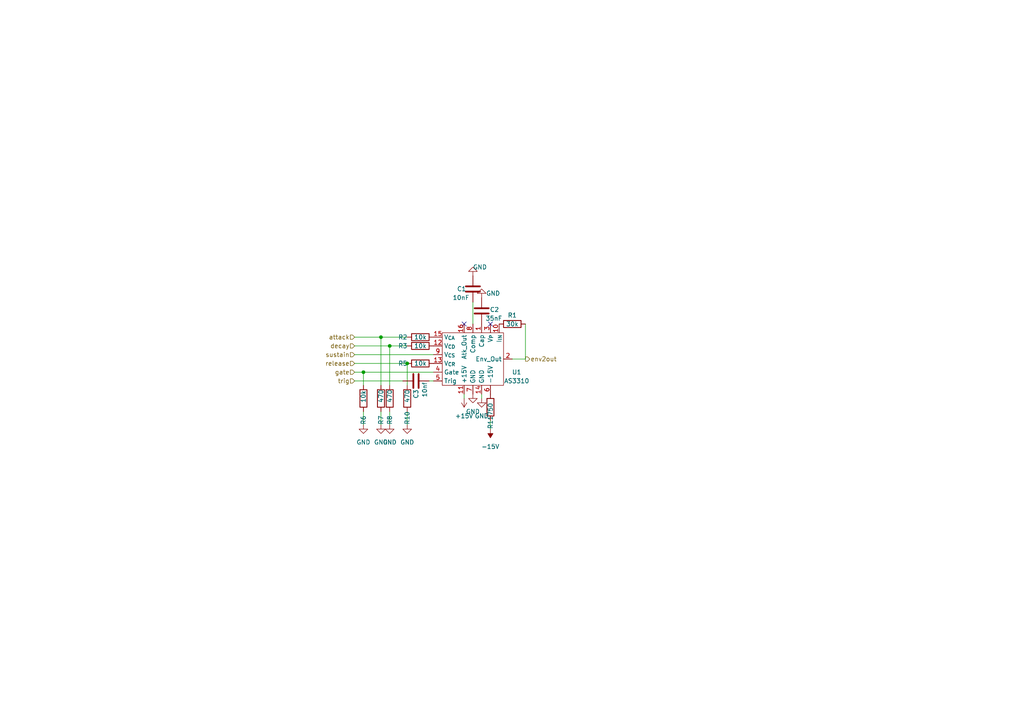
<source format=kicad_sch>
(kicad_sch (version 20211123) (generator eeschema)

  (uuid 628ecdc5-5310-4baa-9b41-acfd2b19e0fb)

  (paper "A4")

  (lib_symbols
    (symbol "Device:C" (pin_numbers hide) (pin_names (offset 0.254)) (in_bom yes) (on_board yes)
      (property "Reference" "C" (id 0) (at 0.635 2.54 0)
        (effects (font (size 1.27 1.27)) (justify left))
      )
      (property "Value" "C" (id 1) (at 0.635 -2.54 0)
        (effects (font (size 1.27 1.27)) (justify left))
      )
      (property "Footprint" "" (id 2) (at 0.9652 -3.81 0)
        (effects (font (size 1.27 1.27)) hide)
      )
      (property "Datasheet" "~" (id 3) (at 0 0 0)
        (effects (font (size 1.27 1.27)) hide)
      )
      (property "ki_keywords" "cap capacitor" (id 4) (at 0 0 0)
        (effects (font (size 1.27 1.27)) hide)
      )
      (property "ki_description" "Unpolarized capacitor" (id 5) (at 0 0 0)
        (effects (font (size 1.27 1.27)) hide)
      )
      (property "ki_fp_filters" "C_*" (id 6) (at 0 0 0)
        (effects (font (size 1.27 1.27)) hide)
      )
      (symbol "C_0_1"
        (polyline
          (pts
            (xy -2.032 -0.762)
            (xy 2.032 -0.762)
          )
          (stroke (width 0.508) (type default) (color 0 0 0 0))
          (fill (type none))
        )
        (polyline
          (pts
            (xy -2.032 0.762)
            (xy 2.032 0.762)
          )
          (stroke (width 0.508) (type default) (color 0 0 0 0))
          (fill (type none))
        )
      )
      (symbol "C_1_1"
        (pin passive line (at 0 3.81 270) (length 2.794)
          (name "~" (effects (font (size 1.27 1.27))))
          (number "1" (effects (font (size 1.27 1.27))))
        )
        (pin passive line (at 0 -3.81 90) (length 2.794)
          (name "~" (effects (font (size 1.27 1.27))))
          (number "2" (effects (font (size 1.27 1.27))))
        )
      )
    )
    (symbol "Device:R" (pin_numbers hide) (pin_names (offset 0)) (in_bom yes) (on_board yes)
      (property "Reference" "R" (id 0) (at 2.032 0 90)
        (effects (font (size 1.27 1.27)))
      )
      (property "Value" "R" (id 1) (at 0 0 90)
        (effects (font (size 1.27 1.27)))
      )
      (property "Footprint" "" (id 2) (at -1.778 0 90)
        (effects (font (size 1.27 1.27)) hide)
      )
      (property "Datasheet" "~" (id 3) (at 0 0 0)
        (effects (font (size 1.27 1.27)) hide)
      )
      (property "ki_keywords" "R res resistor" (id 4) (at 0 0 0)
        (effects (font (size 1.27 1.27)) hide)
      )
      (property "ki_description" "Resistor" (id 5) (at 0 0 0)
        (effects (font (size 1.27 1.27)) hide)
      )
      (property "ki_fp_filters" "R_*" (id 6) (at 0 0 0)
        (effects (font (size 1.27 1.27)) hide)
      )
      (symbol "R_0_1"
        (rectangle (start -1.016 -2.54) (end 1.016 2.54)
          (stroke (width 0.254) (type default) (color 0 0 0 0))
          (fill (type none))
        )
      )
      (symbol "R_1_1"
        (pin passive line (at 0 3.81 270) (length 1.27)
          (name "~" (effects (font (size 1.27 1.27))))
          (number "1" (effects (font (size 1.27 1.27))))
        )
        (pin passive line (at 0 -3.81 90) (length 1.27)
          (name "~" (effects (font (size 1.27 1.27))))
          (number "2" (effects (font (size 1.27 1.27))))
        )
      )
    )
    (symbol "Synth_Parts:AS3310" (in_bom yes) (on_board yes)
      (property "Reference" "U" (id 0) (at -3.81 1.27 0)
        (effects (font (size 1.27 1.27)))
      )
      (property "Value" "AS3310" (id 1) (at -3.81 5.08 0)
        (effects (font (size 1.27 1.27)))
      )
      (property "Footprint" "Package_DIP:DIP-18_W7.62mm_Socket" (id 2) (at 0 0 0)
        (effects (font (size 1.27 1.27)) hide)
      )
      (property "Datasheet" "" (id 3) (at 0 0 0)
        (effects (font (size 1.27 1.27)) hide)
      )
      (property "ki_description" "ADSR" (id 4) (at 0 0 0)
        (effects (font (size 1.27 1.27)) hide)
      )
      (symbol "AS3310_0_1"
        (rectangle (start -5.08 -1.27) (end 12.7 -16.51)
          (stroke (width 0) (type default) (color 0 0 0 0))
          (fill (type none))
        )
        (pin output line (at 6.35 1.27 270) (length 2.54)
          (name "Cap" (effects (font (size 1.27 1.27))))
          (number "1" (effects (font (size 1.27 1.27))))
        )
        (pin output line (at 11.43 1.27 270) (length 2.54)
          (name "I_{IN}" (effects (font (size 1.27 1.27))))
          (number "10" (effects (font (size 1.27 1.27))))
        )
        (pin output line (at 1.27 -19.05 90) (length 2.54)
          (name "+15V" (effects (font (size 1.27 1.27))))
          (number "11" (effects (font (size 1.27 1.27))))
        )
        (pin output line (at -7.62 -5.08 0) (length 2.54)
          (name "V_{CD}" (effects (font (size 1.27 1.27))))
          (number "12" (effects (font (size 1.27 1.27))))
        )
        (pin output line (at -7.62 -10.16 0) (length 2.54)
          (name "V_{CR}" (effects (font (size 1.27 1.27))))
          (number "13" (effects (font (size 1.27 1.27))))
        )
        (pin output line (at 6.35 -19.05 90) (length 2.54)
          (name "GND" (effects (font (size 1.27 1.27))))
          (number "14" (effects (font (size 1.27 1.27))))
        )
        (pin output line (at -7.62 -2.54 0) (length 2.54)
          (name "V_{CA}" (effects (font (size 1.27 1.27))))
          (number "15" (effects (font (size 1.27 1.27))))
        )
        (pin output line (at 1.27 1.27 270) (length 2.54)
          (name "Atk_Out" (effects (font (size 1.27 1.27))))
          (number "16" (effects (font (size 1.27 1.27))))
        )
        (pin output line (at 15.24 -8.89 180) (length 2.54)
          (name "Env_Out" (effects (font (size 1.27 1.27))))
          (number "2" (effects (font (size 1.27 1.27))))
        )
        (pin output line (at 8.89 1.27 270) (length 2.54)
          (name "V_{P}" (effects (font (size 1.27 1.27))))
          (number "3" (effects (font (size 1.27 1.27))))
        )
        (pin output line (at -7.62 -12.7 0) (length 2.54)
          (name "Gate" (effects (font (size 1.27 1.27))))
          (number "4" (effects (font (size 1.27 1.27))))
        )
        (pin output line (at -7.62 -15.24 0) (length 2.54)
          (name "Trig" (effects (font (size 1.27 1.27))))
          (number "5" (effects (font (size 1.27 1.27))))
        )
        (pin output line (at 8.89 -19.05 90) (length 2.54)
          (name "-15V" (effects (font (size 1.27 1.27))))
          (number "6" (effects (font (size 1.27 1.27))))
        )
        (pin output line (at 3.81 -19.05 90) (length 2.54)
          (name "GND" (effects (font (size 1.27 1.27))))
          (number "7" (effects (font (size 1.27 1.27))))
        )
        (pin output line (at 3.81 1.27 270) (length 2.54)
          (name "Comp" (effects (font (size 1.27 1.27))))
          (number "8" (effects (font (size 1.27 1.27))))
        )
        (pin output line (at -7.62 -7.62 0) (length 2.54)
          (name "V_{CS}" (effects (font (size 1.27 1.27))))
          (number "9" (effects (font (size 1.27 1.27))))
        )
      )
    )
    (symbol "power:+15V" (power) (pin_names (offset 0)) (in_bom yes) (on_board yes)
      (property "Reference" "#PWR" (id 0) (at 0 -3.81 0)
        (effects (font (size 1.27 1.27)) hide)
      )
      (property "Value" "+15V" (id 1) (at 0 3.556 0)
        (effects (font (size 1.27 1.27)))
      )
      (property "Footprint" "" (id 2) (at 0 0 0)
        (effects (font (size 1.27 1.27)) hide)
      )
      (property "Datasheet" "" (id 3) (at 0 0 0)
        (effects (font (size 1.27 1.27)) hide)
      )
      (property "ki_keywords" "power-flag" (id 4) (at 0 0 0)
        (effects (font (size 1.27 1.27)) hide)
      )
      (property "ki_description" "Power symbol creates a global label with name \"+15V\"" (id 5) (at 0 0 0)
        (effects (font (size 1.27 1.27)) hide)
      )
      (symbol "+15V_0_1"
        (polyline
          (pts
            (xy -0.762 1.27)
            (xy 0 2.54)
          )
          (stroke (width 0) (type default) (color 0 0 0 0))
          (fill (type none))
        )
        (polyline
          (pts
            (xy 0 0)
            (xy 0 2.54)
          )
          (stroke (width 0) (type default) (color 0 0 0 0))
          (fill (type none))
        )
        (polyline
          (pts
            (xy 0 2.54)
            (xy 0.762 1.27)
          )
          (stroke (width 0) (type default) (color 0 0 0 0))
          (fill (type none))
        )
      )
      (symbol "+15V_1_1"
        (pin power_in line (at 0 0 90) (length 0) hide
          (name "+15V" (effects (font (size 1.27 1.27))))
          (number "1" (effects (font (size 1.27 1.27))))
        )
      )
    )
    (symbol "power:-15V" (power) (pin_names (offset 0)) (in_bom yes) (on_board yes)
      (property "Reference" "#PWR" (id 0) (at 0 2.54 0)
        (effects (font (size 1.27 1.27)) hide)
      )
      (property "Value" "-15V" (id 1) (at 0 3.81 0)
        (effects (font (size 1.27 1.27)))
      )
      (property "Footprint" "" (id 2) (at 0 0 0)
        (effects (font (size 1.27 1.27)) hide)
      )
      (property "Datasheet" "" (id 3) (at 0 0 0)
        (effects (font (size 1.27 1.27)) hide)
      )
      (property "ki_keywords" "power-flag" (id 4) (at 0 0 0)
        (effects (font (size 1.27 1.27)) hide)
      )
      (property "ki_description" "Power symbol creates a global label with name \"-15V\"" (id 5) (at 0 0 0)
        (effects (font (size 1.27 1.27)) hide)
      )
      (symbol "-15V_0_0"
        (pin power_in line (at 0 0 90) (length 0) hide
          (name "-15V" (effects (font (size 1.27 1.27))))
          (number "1" (effects (font (size 1.27 1.27))))
        )
      )
      (symbol "-15V_0_1"
        (polyline
          (pts
            (xy 0 0)
            (xy 0 1.27)
            (xy 0.762 1.27)
            (xy 0 2.54)
            (xy -0.762 1.27)
            (xy 0 1.27)
          )
          (stroke (width 0) (type default) (color 0 0 0 0))
          (fill (type outline))
        )
      )
    )
    (symbol "power:GND" (power) (pin_names (offset 0)) (in_bom yes) (on_board yes)
      (property "Reference" "#PWR" (id 0) (at 0 -6.35 0)
        (effects (font (size 1.27 1.27)) hide)
      )
      (property "Value" "GND" (id 1) (at 0 -3.81 0)
        (effects (font (size 1.27 1.27)))
      )
      (property "Footprint" "" (id 2) (at 0 0 0)
        (effects (font (size 1.27 1.27)) hide)
      )
      (property "Datasheet" "" (id 3) (at 0 0 0)
        (effects (font (size 1.27 1.27)) hide)
      )
      (property "ki_keywords" "power-flag" (id 4) (at 0 0 0)
        (effects (font (size 1.27 1.27)) hide)
      )
      (property "ki_description" "Power symbol creates a global label with name \"GND\" , ground" (id 5) (at 0 0 0)
        (effects (font (size 1.27 1.27)) hide)
      )
      (symbol "GND_0_1"
        (polyline
          (pts
            (xy 0 0)
            (xy 0 -1.27)
            (xy 1.27 -1.27)
            (xy 0 -2.54)
            (xy -1.27 -1.27)
            (xy 0 -1.27)
          )
          (stroke (width 0) (type default) (color 0 0 0 0))
          (fill (type none))
        )
      )
      (symbol "GND_1_1"
        (pin power_in line (at 0 0 270) (length 0) hide
          (name "GND" (effects (font (size 1.27 1.27))))
          (number "1" (effects (font (size 1.27 1.27))))
        )
      )
    )
  )

  (junction (at 118.11 105.41) (diameter 0) (color 0 0 0 0)
    (uuid 490b05ab-2a8c-498e-8ac5-7522e087ee27)
  )
  (junction (at 110.49 97.79) (diameter 0) (color 0 0 0 0)
    (uuid 4993df81-784b-4858-bb0f-fd0cac5e3c8a)
  )
  (junction (at 105.41 107.95) (diameter 0) (color 0 0 0 0)
    (uuid 63ba01e9-a466-4be6-b778-045e782189fb)
  )
  (junction (at 113.03 100.33) (diameter 0) (color 0 0 0 0)
    (uuid 9a685b70-c8ba-42cd-a1b7-59895b5d5754)
  )

  (no_connect (at 142.24 93.98) (uuid b1c4ecad-9410-4752-a901-ba196e83fe06))
  (no_connect (at 134.62 93.98) (uuid b1c4ecad-9410-4752-a901-ba196e83fe07))

  (wire (pts (xy 148.59 104.14) (xy 152.4 104.14))
    (stroke (width 0) (type default) (color 0 0 0 0))
    (uuid 0f376dd6-3068-427a-9065-8842911d2135)
  )
  (wire (pts (xy 113.03 100.33) (xy 113.03 111.76))
    (stroke (width 0) (type default) (color 0 0 0 0))
    (uuid 1d4f3fa0-dad0-42af-b403-79a45919daea)
  )
  (wire (pts (xy 124.46 110.49) (xy 125.73 110.49))
    (stroke (width 0) (type default) (color 0 0 0 0))
    (uuid 32408042-0d30-4cff-9eec-3b46eae4a61e)
  )
  (wire (pts (xy 142.24 124.46) (xy 142.24 121.92))
    (stroke (width 0) (type default) (color 0 0 0 0))
    (uuid 32e7e9a1-4544-4581-b437-fa6f0317e066)
  )
  (wire (pts (xy 110.49 119.38) (xy 110.49 123.19))
    (stroke (width 0) (type default) (color 0 0 0 0))
    (uuid 3adda4b4-7773-43a0-94dc-748b40f32abe)
  )
  (wire (pts (xy 134.62 115.57) (xy 134.62 114.3))
    (stroke (width 0) (type default) (color 0 0 0 0))
    (uuid 42456f6f-dc12-4594-874b-d042300e83ec)
  )
  (wire (pts (xy 102.87 110.49) (xy 116.84 110.49))
    (stroke (width 0) (type default) (color 0 0 0 0))
    (uuid 4587bbae-5aa5-4aba-931d-43188e048f47)
  )
  (wire (pts (xy 113.03 100.33) (xy 118.11 100.33))
    (stroke (width 0) (type default) (color 0 0 0 0))
    (uuid 4fd3c809-4b46-4ca0-a7bc-4b56f81c9c3c)
  )
  (wire (pts (xy 152.4 93.98) (xy 152.4 104.14))
    (stroke (width 0) (type default) (color 0 0 0 0))
    (uuid 50e402af-c2a0-476f-8fce-3c0e9efbc916)
  )
  (wire (pts (xy 102.87 107.95) (xy 105.41 107.95))
    (stroke (width 0) (type default) (color 0 0 0 0))
    (uuid 652c2961-e6af-4746-b8de-756089139a33)
  )
  (wire (pts (xy 102.87 105.41) (xy 118.11 105.41))
    (stroke (width 0) (type default) (color 0 0 0 0))
    (uuid 6b64662a-0468-42e1-91b6-142bf4c35460)
  )
  (wire (pts (xy 137.16 87.63) (xy 137.16 93.98))
    (stroke (width 0) (type default) (color 0 0 0 0))
    (uuid 6b6dfe4c-7607-4d4f-a63f-89aaf4ff960e)
  )
  (wire (pts (xy 105.41 107.95) (xy 105.41 111.76))
    (stroke (width 0) (type default) (color 0 0 0 0))
    (uuid 89959c2c-fc80-4838-b94d-54cf40668b50)
  )
  (wire (pts (xy 105.41 119.38) (xy 105.41 123.19))
    (stroke (width 0) (type default) (color 0 0 0 0))
    (uuid 9a4df8cd-7df5-430c-b6c6-643f3f240d46)
  )
  (wire (pts (xy 102.87 102.87) (xy 125.73 102.87))
    (stroke (width 0) (type default) (color 0 0 0 0))
    (uuid a1215716-7048-458a-98b7-a6e526ba252b)
  )
  (wire (pts (xy 118.11 119.38) (xy 118.11 123.19))
    (stroke (width 0) (type default) (color 0 0 0 0))
    (uuid b6ba73c2-dba7-48f9-84f1-0ecbbd6aae61)
  )
  (wire (pts (xy 110.49 97.79) (xy 110.49 111.76))
    (stroke (width 0) (type default) (color 0 0 0 0))
    (uuid bcee4f66-f062-4dbc-b86e-35998f874d9a)
  )
  (wire (pts (xy 118.11 105.41) (xy 118.11 111.76))
    (stroke (width 0) (type default) (color 0 0 0 0))
    (uuid bf849f7d-6018-4079-aaf6-3661f15c528c)
  )
  (wire (pts (xy 139.7 115.57) (xy 139.7 114.3))
    (stroke (width 0) (type default) (color 0 0 0 0))
    (uuid c0353b0a-d203-4f86-aac1-4e00e3611e22)
  )
  (wire (pts (xy 102.87 97.79) (xy 110.49 97.79))
    (stroke (width 0) (type default) (color 0 0 0 0))
    (uuid c372de9e-43a2-4509-bea2-c0e973eaa881)
  )
  (wire (pts (xy 102.87 100.33) (xy 113.03 100.33))
    (stroke (width 0) (type default) (color 0 0 0 0))
    (uuid c4e99083-8a58-4f68-96eb-df849293d5c8)
  )
  (wire (pts (xy 105.41 107.95) (xy 125.73 107.95))
    (stroke (width 0) (type default) (color 0 0 0 0))
    (uuid cab8f0c2-f2cf-4209-a664-208374ede994)
  )
  (wire (pts (xy 113.03 119.38) (xy 113.03 123.19))
    (stroke (width 0) (type default) (color 0 0 0 0))
    (uuid d22c9903-068f-4963-bbb6-89ba172acc9d)
  )
  (wire (pts (xy 110.49 97.79) (xy 118.11 97.79))
    (stroke (width 0) (type default) (color 0 0 0 0))
    (uuid f46f0dac-82b0-4599-8243-996ffad65dca)
  )

  (hierarchical_label "trig" (shape input) (at 102.87 110.49 180)
    (effects (font (size 1.27 1.27)) (justify right))
    (uuid 117311b9-e780-4aa4-9105-ca6bf2c38695)
  )
  (hierarchical_label "decay" (shape input) (at 102.87 100.33 180)
    (effects (font (size 1.27 1.27)) (justify right))
    (uuid 6c5ceae2-0012-4ad0-9548-56909d3d1684)
  )
  (hierarchical_label "env2out" (shape output) (at 152.4 104.14 0)
    (effects (font (size 1.27 1.27)) (justify left))
    (uuid 757c7103-917e-4b81-aaee-735fbbca05a7)
  )
  (hierarchical_label "release" (shape input) (at 102.87 105.41 180)
    (effects (font (size 1.27 1.27)) (justify right))
    (uuid 82a209c9-5cc9-4332-adec-443a86027fcd)
  )
  (hierarchical_label "attack" (shape input) (at 102.87 97.79 180)
    (effects (font (size 1.27 1.27)) (justify right))
    (uuid 85fbddeb-629b-4c09-8510-f9769f740101)
  )
  (hierarchical_label "gate" (shape input) (at 102.87 107.95 180)
    (effects (font (size 1.27 1.27)) (justify right))
    (uuid e9dcefb1-7eee-454c-a48b-e792e303dbc5)
  )
  (hierarchical_label "sustain" (shape input) (at 102.87 102.87 180)
    (effects (font (size 1.27 1.27)) (justify right))
    (uuid ed972e77-e152-4756-bada-8b98c24fbe9d)
  )

  (symbol (lib_id "Device:R") (at 110.49 115.57 0) (unit 1)
    (in_bom yes) (on_board yes)
    (uuid 3e0597d7-a02d-457c-9f4e-69599fa8d555)
    (property "Reference" "R75" (id 0) (at 110.49 123.19 90)
      (effects (font (size 1.27 1.27)) (justify left))
    )
    (property "Value" "470" (id 1) (at 110.49 116.84 90)
      (effects (font (size 1.27 1.27)) (justify left))
    )
    (property "Footprint" "Resistor_THT:R_Axial_DIN0207_L6.3mm_D2.5mm_P10.16mm_Horizontal" (id 2) (at 108.712 115.57 90)
      (effects (font (size 1.27 1.27)) hide)
    )
    (property "Datasheet" "~" (id 3) (at 110.49 115.57 0)
      (effects (font (size 1.27 1.27)) hide)
    )
    (pin "1" (uuid b08e4847-5dd0-4976-a18f-2810e414ec77))
    (pin "2" (uuid 31b5dfb4-9462-452a-bfbc-666b523f6e73))
  )

  (symbol (lib_id "power:GND") (at 137.16 114.3 0) (unit 1)
    (in_bom yes) (on_board yes) (fields_autoplaced)
    (uuid 54a51097-34db-4f3a-a57f-aaf98ae84bdf)
    (property "Reference" "#PWR094" (id 0) (at 137.16 120.65 0)
      (effects (font (size 1.27 1.27)) hide)
    )
    (property "Value" "GND" (id 1) (at 137.16 119.38 0))
    (property "Footprint" "" (id 2) (at 137.16 114.3 0)
      (effects (font (size 1.27 1.27)) hide)
    )
    (property "Datasheet" "" (id 3) (at 137.16 114.3 0)
      (effects (font (size 1.27 1.27)) hide)
    )
    (pin "1" (uuid 8814f942-3a5b-4d17-b4e5-0c1fe00d0016))
  )

  (symbol (lib_id "power:GND") (at 113.03 123.19 0) (unit 1)
    (in_bom yes) (on_board yes) (fields_autoplaced)
    (uuid 562ee972-db58-45db-b7f0-197cff571eb4)
    (property "Reference" "#PWR099" (id 0) (at 113.03 129.54 0)
      (effects (font (size 1.27 1.27)) hide)
    )
    (property "Value" "GND" (id 1) (at 113.03 128.27 0))
    (property "Footprint" "" (id 2) (at 113.03 123.19 0)
      (effects (font (size 1.27 1.27)) hide)
    )
    (property "Datasheet" "" (id 3) (at 113.03 123.19 0)
      (effects (font (size 1.27 1.27)) hide)
    )
    (pin "1" (uuid 4e8adaef-4d27-4802-9ac2-7143fa288b80))
  )

  (symbol (lib_id "Device:R") (at 142.24 118.11 0) (unit 1)
    (in_bom yes) (on_board yes)
    (uuid 584c41bb-5e57-4806-94f1-9bdc105c18ef)
    (property "Reference" "R77" (id 0) (at 142.24 124.46 90)
      (effects (font (size 1.27 1.27)) (justify left))
    )
    (property "Value" "750" (id 1) (at 142.24 120.65 90)
      (effects (font (size 1.27 1.27)) (justify left))
    )
    (property "Footprint" "Resistor_THT:R_Axial_DIN0207_L6.3mm_D2.5mm_P10.16mm_Horizontal" (id 2) (at 140.462 118.11 90)
      (effects (font (size 1.27 1.27)) hide)
    )
    (property "Datasheet" "~" (id 3) (at 142.24 118.11 0)
      (effects (font (size 1.27 1.27)) hide)
    )
    (pin "1" (uuid 0bba4540-818d-4a7c-b743-13add055e78c))
    (pin "2" (uuid ebe835fa-3360-4039-9bc7-1583628d24b1))
  )

  (symbol (lib_id "Device:R") (at 121.92 105.41 90) (unit 1)
    (in_bom yes) (on_board yes)
    (uuid 5fe7a2b2-5ac6-4ad8-b113-c3a9c7bb00af)
    (property "Reference" "R100" (id 0) (at 116.84 105.41 90))
    (property "Value" "10k" (id 1) (at 121.92 105.41 90))
    (property "Footprint" "Resistor_THT:R_Axial_DIN0207_L6.3mm_D2.5mm_P10.16mm_Horizontal" (id 2) (at 121.92 107.188 90)
      (effects (font (size 1.27 1.27)) hide)
    )
    (property "Datasheet" "~" (id 3) (at 121.92 105.41 0)
      (effects (font (size 1.27 1.27)) hide)
    )
    (pin "1" (uuid 7b567dba-a817-4fbc-9fbe-ff6e3ba74ae5))
    (pin "2" (uuid b3b7f5bb-d2e5-469d-85ea-db6d02748900))
  )

  (symbol (lib_id "power:GND") (at 137.16 80.01 180) (unit 1)
    (in_bom yes) (on_board yes)
    (uuid 6071aa07-df64-4bf9-abb0-57912ab2abc8)
    (property "Reference" "#PWR092" (id 0) (at 137.16 73.66 0)
      (effects (font (size 1.27 1.27)) hide)
    )
    (property "Value" "GND" (id 1) (at 137.16 77.47 0)
      (effects (font (size 1.27 1.27)) (justify right))
    )
    (property "Footprint" "" (id 2) (at 137.16 80.01 0)
      (effects (font (size 1.27 1.27)) hide)
    )
    (property "Datasheet" "" (id 3) (at 137.16 80.01 0)
      (effects (font (size 1.27 1.27)) hide)
    )
    (pin "1" (uuid 4639d57d-c3d1-4341-8643-cd35b73e059c))
  )

  (symbol (lib_id "power:GND") (at 110.49 123.19 0) (unit 1)
    (in_bom yes) (on_board yes) (fields_autoplaced)
    (uuid 6d4a9fac-72f8-4a06-abfd-08640f993c37)
    (property "Reference" "#PWR098" (id 0) (at 110.49 129.54 0)
      (effects (font (size 1.27 1.27)) hide)
    )
    (property "Value" "GND" (id 1) (at 110.49 128.27 0))
    (property "Footprint" "" (id 2) (at 110.49 123.19 0)
      (effects (font (size 1.27 1.27)) hide)
    )
    (property "Datasheet" "" (id 3) (at 110.49 123.19 0)
      (effects (font (size 1.27 1.27)) hide)
    )
    (pin "1" (uuid c2c583b4-6cb9-4cdc-be57-a52e239b4e3d))
  )

  (symbol (lib_id "power:GND") (at 139.7 86.36 180) (unit 1)
    (in_bom yes) (on_board yes)
    (uuid 737ec5bc-5267-4d93-8c12-5eba234d0f98)
    (property "Reference" "#PWR093" (id 0) (at 139.7 80.01 0)
      (effects (font (size 1.27 1.27)) hide)
    )
    (property "Value" "GND" (id 1) (at 140.97 85.09 0)
      (effects (font (size 1.27 1.27)) (justify right))
    )
    (property "Footprint" "" (id 2) (at 139.7 86.36 0)
      (effects (font (size 1.27 1.27)) hide)
    )
    (property "Datasheet" "" (id 3) (at 139.7 86.36 0)
      (effects (font (size 1.27 1.27)) hide)
    )
    (pin "1" (uuid bdfc2eda-b68e-4c21-b5ee-3aa1d2929e8f))
  )

  (symbol (lib_id "power:-15V") (at 142.24 124.46 180) (unit 1)
    (in_bom yes) (on_board yes) (fields_autoplaced)
    (uuid 8706e38c-50d2-443f-8447-5e13c6450588)
    (property "Reference" "#PWR0101" (id 0) (at 142.24 127 0)
      (effects (font (size 1.27 1.27)) hide)
    )
    (property "Value" "-15V" (id 1) (at 142.24 129.54 0))
    (property "Footprint" "" (id 2) (at 142.24 124.46 0)
      (effects (font (size 1.27 1.27)) hide)
    )
    (property "Datasheet" "" (id 3) (at 142.24 124.46 0)
      (effects (font (size 1.27 1.27)) hide)
    )
    (pin "1" (uuid 1f9b3fc6-0a11-403a-93b9-91fb50ef11f9))
  )

  (symbol (lib_id "power:GND") (at 139.7 115.57 0) (unit 1)
    (in_bom yes) (on_board yes) (fields_autoplaced)
    (uuid 8ad57e4e-6e99-4656-a48d-4e1c6ac340d1)
    (property "Reference" "#PWR096" (id 0) (at 139.7 121.92 0)
      (effects (font (size 1.27 1.27)) hide)
    )
    (property "Value" "GND" (id 1) (at 139.7 120.65 0))
    (property "Footprint" "" (id 2) (at 139.7 115.57 0)
      (effects (font (size 1.27 1.27)) hide)
    )
    (property "Datasheet" "" (id 3) (at 139.7 115.57 0)
      (effects (font (size 1.27 1.27)) hide)
    )
    (pin "1" (uuid 69b11daf-df20-4d4d-b5ea-6cb3105b6cd4))
  )

  (symbol (lib_id "Device:R") (at 105.41 115.57 0) (unit 1)
    (in_bom yes) (on_board yes)
    (uuid 8cadac4e-9e7a-4b53-b875-cd15920eae96)
    (property "Reference" "R50" (id 0) (at 105.41 123.19 90)
      (effects (font (size 1.27 1.27)) (justify left))
    )
    (property "Value" "10k" (id 1) (at 105.41 116.84 90)
      (effects (font (size 1.27 1.27)) (justify left))
    )
    (property "Footprint" "Resistor_THT:R_Axial_DIN0207_L6.3mm_D2.5mm_P10.16mm_Horizontal" (id 2) (at 103.632 115.57 90)
      (effects (font (size 1.27 1.27)) hide)
    )
    (property "Datasheet" "~" (id 3) (at 105.41 115.57 0)
      (effects (font (size 1.27 1.27)) hide)
    )
    (pin "1" (uuid 5ad33c91-3edf-4521-a3a8-a5e6493c6a0b))
    (pin "2" (uuid 10ab5787-5f79-469b-98db-f9c424bd65de))
  )

  (symbol (lib_id "Device:R") (at 121.92 97.79 90) (unit 1)
    (in_bom yes) (on_board yes)
    (uuid 969cacbe-e594-45c2-ac9b-020b16dcf4c0)
    (property "Reference" "R99" (id 0) (at 116.84 97.79 90))
    (property "Value" "10k" (id 1) (at 121.92 97.79 90))
    (property "Footprint" "Resistor_THT:R_Axial_DIN0207_L6.3mm_D2.5mm_P10.16mm_Horizontal" (id 2) (at 121.92 99.568 90)
      (effects (font (size 1.27 1.27)) hide)
    )
    (property "Datasheet" "~" (id 3) (at 121.92 97.79 0)
      (effects (font (size 1.27 1.27)) hide)
    )
    (pin "1" (uuid 4b7f8068-1d6c-43ff-a875-ea116ec3190d))
    (pin "2" (uuid 36ab4c2a-fba2-430b-a924-846ffa071511))
  )

  (symbol (lib_id "Device:R") (at 118.11 115.57 0) (unit 1)
    (in_bom yes) (on_board yes)
    (uuid 9d960b6d-3a81-4f83-84b4-a6c59b26278a)
    (property "Reference" "R76" (id 0) (at 118.11 123.19 90)
      (effects (font (size 1.27 1.27)) (justify left))
    )
    (property "Value" "470" (id 1) (at 118.11 116.84 90)
      (effects (font (size 1.27 1.27)) (justify left))
    )
    (property "Footprint" "Resistor_THT:R_Axial_DIN0207_L6.3mm_D2.5mm_P10.16mm_Horizontal" (id 2) (at 116.332 115.57 90)
      (effects (font (size 1.27 1.27)) hide)
    )
    (property "Datasheet" "~" (id 3) (at 118.11 115.57 0)
      (effects (font (size 1.27 1.27)) hide)
    )
    (pin "1" (uuid d1ef866f-f6da-46fe-8ab1-8c639815a87b))
    (pin "2" (uuid 3fdd44ad-bc35-4f41-89c9-a2235dbd6ab7))
  )

  (symbol (lib_id "power:GND") (at 105.41 123.19 0) (unit 1)
    (in_bom yes) (on_board yes) (fields_autoplaced)
    (uuid 9fe07f5b-6514-4d86-8f35-79e2539bb4a9)
    (property "Reference" "#PWR097" (id 0) (at 105.41 129.54 0)
      (effects (font (size 1.27 1.27)) hide)
    )
    (property "Value" "GND" (id 1) (at 105.41 128.27 0))
    (property "Footprint" "" (id 2) (at 105.41 123.19 0)
      (effects (font (size 1.27 1.27)) hide)
    )
    (property "Datasheet" "" (id 3) (at 105.41 123.19 0)
      (effects (font (size 1.27 1.27)) hide)
    )
    (pin "1" (uuid 82edbe1a-0a7c-422b-aa47-f226aa5ba97b))
  )

  (symbol (lib_id "Synth_Parts:AS3310") (at 133.35 95.25 0) (unit 1)
    (in_bom yes) (on_board yes)
    (uuid bae26777-2cf6-4ca7-ab0f-d20ca85b60fd)
    (property "Reference" "U16" (id 0) (at 149.86 107.95 0))
    (property "Value" "AS3310" (id 1) (at 149.86 110.49 0))
    (property "Footprint" "Package_DIP:DIP-16_W7.62mm_Socket" (id 2) (at 133.35 95.25 0)
      (effects (font (size 1.27 1.27)) hide)
    )
    (property "Datasheet" "" (id 3) (at 133.35 95.25 0)
      (effects (font (size 1.27 1.27)) hide)
    )
    (pin "1" (uuid 2408d46f-5f3f-47d0-9ba7-0fa32f8e598e))
    (pin "10" (uuid 6ec236b0-c4c2-40a9-a3a4-50f8070c2988))
    (pin "11" (uuid b055b6b1-e03a-494b-adaa-54025f50108f))
    (pin "12" (uuid 332e4de6-33a4-4a0c-b31b-970a3749ce68))
    (pin "13" (uuid 1451aaa6-c032-445d-aa48-ded1eb396769))
    (pin "14" (uuid b467bce3-5bf7-4262-b719-ccacd97116b8))
    (pin "15" (uuid 2b0c19ac-0a99-4805-b6d0-a918c26d2baa))
    (pin "16" (uuid c31ba397-695d-4b3d-9e46-13d5dd725d49))
    (pin "2" (uuid 920203bd-4f30-4168-b66b-67cd5ae70f44))
    (pin "3" (uuid 5b834e16-c40c-4b4b-9dc7-0e7c4a147d0c))
    (pin "4" (uuid 5a936c62-23b9-4648-9f76-99a11c33e3c8))
    (pin "5" (uuid 4a82a695-e5aa-4e89-a72c-93252f660a0d))
    (pin "6" (uuid a52023b0-1a8c-47ec-858d-afab4ae3c2d4))
    (pin "7" (uuid fd42c09f-a828-47f6-ad8a-c52083e0ce33))
    (pin "8" (uuid fd61daa6-e39b-49ee-81ed-3c13399dd56b))
    (pin "9" (uuid eece4c55-a84c-4fb4-8ef6-624f4c46798d))
  )

  (symbol (lib_id "power:GND") (at 118.11 123.19 0) (unit 1)
    (in_bom yes) (on_board yes) (fields_autoplaced)
    (uuid bc489dc7-31ca-4565-957c-52d29284c0f1)
    (property "Reference" "#PWR0100" (id 0) (at 118.11 129.54 0)
      (effects (font (size 1.27 1.27)) hide)
    )
    (property "Value" "GND" (id 1) (at 118.11 128.27 0))
    (property "Footprint" "" (id 2) (at 118.11 123.19 0)
      (effects (font (size 1.27 1.27)) hide)
    )
    (property "Datasheet" "" (id 3) (at 118.11 123.19 0)
      (effects (font (size 1.27 1.27)) hide)
    )
    (pin "1" (uuid 5c8ba9bc-0f0f-492a-a535-d8ceff735f9a))
  )

  (symbol (lib_id "Device:C") (at 120.65 110.49 90) (unit 1)
    (in_bom yes) (on_board yes)
    (uuid bd41f623-e681-45f2-88be-96365772c3b2)
    (property "Reference" "C31" (id 0) (at 120.65 114.3 0))
    (property "Value" "10nf" (id 1) (at 123.19 113.03 0))
    (property "Footprint" "Capacitor_THT:C_Disc_D5.0mm_W2.5mm_P5.00mm" (id 2) (at 124.46 109.5248 0)
      (effects (font (size 1.27 1.27)) hide)
    )
    (property "Datasheet" "~" (id 3) (at 120.65 110.49 0)
      (effects (font (size 1.27 1.27)) hide)
    )
    (pin "1" (uuid 420581d4-6581-4ff6-90c8-9a44e103f4e0))
    (pin "2" (uuid 7509eea9-3214-478e-a311-803b0cfb5003))
  )

  (symbol (lib_id "Device:C") (at 139.7 90.17 0) (unit 1)
    (in_bom yes) (on_board yes)
    (uuid c54f9070-ca17-4b97-a9fa-7179eeed2bcc)
    (property "Reference" "C38" (id 0) (at 142.0712 89.8068 0)
      (effects (font (size 1.27 1.27)) (justify left))
    )
    (property "Value" "35nF" (id 1) (at 140.8012 92.3468 0)
      (effects (font (size 1.27 1.27)) (justify left))
    )
    (property "Footprint" "Capacitor_THT:C_Disc_D5.0mm_W2.5mm_P5.00mm" (id 2) (at 140.6652 93.98 0)
      (effects (font (size 1.27 1.27)) hide)
    )
    (property "Datasheet" "~" (id 3) (at 139.7 90.17 0)
      (effects (font (size 1.27 1.27)) hide)
    )
    (pin "1" (uuid 256d4d8c-b860-44f9-bd29-efe5043a0073))
    (pin "2" (uuid 2ec92d40-b0f6-447f-9e6f-8cfbea7120ed))
  )

  (symbol (lib_id "power:+15V") (at 134.62 115.57 180) (unit 1)
    (in_bom yes) (on_board yes) (fields_autoplaced)
    (uuid e77a6946-5ad7-4c59-8d60-c0503eccbbb3)
    (property "Reference" "#PWR095" (id 0) (at 134.62 111.76 0)
      (effects (font (size 1.27 1.27)) hide)
    )
    (property "Value" "+15V" (id 1) (at 134.62 120.65 0))
    (property "Footprint" "" (id 2) (at 134.62 115.57 0)
      (effects (font (size 1.27 1.27)) hide)
    )
    (property "Datasheet" "" (id 3) (at 134.62 115.57 0)
      (effects (font (size 1.27 1.27)) hide)
    )
    (pin "1" (uuid 40a178a5-d5bc-44eb-b0d5-57246c77966b))
  )

  (symbol (lib_id "Device:C") (at 137.16 83.82 0) (unit 1)
    (in_bom yes) (on_board yes)
    (uuid ead0b60a-1a50-41be-bb41-4b300ad11a3d)
    (property "Reference" "C33" (id 0) (at 132.5334 83.7944 0)
      (effects (font (size 1.27 1.27)) (justify left))
    )
    (property "Value" "10nF" (id 1) (at 131.2634 86.3344 0)
      (effects (font (size 1.27 1.27)) (justify left))
    )
    (property "Footprint" "Capacitor_THT:C_Disc_D5.0mm_W2.5mm_P5.00mm" (id 2) (at 138.1252 87.63 0)
      (effects (font (size 1.27 1.27)) hide)
    )
    (property "Datasheet" "~" (id 3) (at 137.16 83.82 0)
      (effects (font (size 1.27 1.27)) hide)
    )
    (pin "1" (uuid 0b809a70-0b7d-4a00-a363-a184d7fc1db0))
    (pin "2" (uuid 318c3ec6-402e-4fa5-a1df-ce81d2a66d6e))
  )

  (symbol (lib_id "Device:R") (at 113.03 115.57 0) (unit 1)
    (in_bom yes) (on_board yes)
    (uuid f9c687ff-9a12-41c3-807b-f7c6418ab1a3)
    (property "Reference" "R78" (id 0) (at 113.03 123.19 90)
      (effects (font (size 1.27 1.27)) (justify left))
    )
    (property "Value" "470" (id 1) (at 113.03 116.84 90)
      (effects (font (size 1.27 1.27)) (justify left))
    )
    (property "Footprint" "Resistor_THT:R_Axial_DIN0207_L6.3mm_D2.5mm_P10.16mm_Horizontal" (id 2) (at 111.252 115.57 90)
      (effects (font (size 1.27 1.27)) hide)
    )
    (property "Datasheet" "~" (id 3) (at 113.03 115.57 0)
      (effects (font (size 1.27 1.27)) hide)
    )
    (pin "1" (uuid 8633d684-da16-4bbe-8a1b-1aaff63620c1))
    (pin "2" (uuid b44a55d2-2dfd-4909-ad3e-793bf8bd8efd))
  )

  (symbol (lib_id "Device:R") (at 121.92 100.33 90) (unit 1)
    (in_bom yes) (on_board yes)
    (uuid fc17406e-3d34-480b-b034-6a1293156204)
    (property "Reference" "R101" (id 0) (at 116.84 100.33 90))
    (property "Value" "10k" (id 1) (at 121.92 100.33 90))
    (property "Footprint" "Resistor_THT:R_Axial_DIN0207_L6.3mm_D2.5mm_P10.16mm_Horizontal" (id 2) (at 121.92 102.108 90)
      (effects (font (size 1.27 1.27)) hide)
    )
    (property "Datasheet" "~" (id 3) (at 121.92 100.33 0)
      (effects (font (size 1.27 1.27)) hide)
    )
    (pin "1" (uuid 42f50931-c614-4889-b562-7f91955e1e22))
    (pin "2" (uuid 27ba2edc-8df9-42f8-8491-d60854463674))
  )

  (symbol (lib_id "Device:R") (at 148.59 93.98 90) (unit 1)
    (in_bom yes) (on_board yes)
    (uuid fe4f2a61-36e4-43c2-82d5-795f3b09ac6d)
    (property "Reference" "R79" (id 0) (at 148.59 91.44 90))
    (property "Value" "30k" (id 1) (at 148.59 93.98 90))
    (property "Footprint" "Resistor_THT:R_Axial_DIN0207_L6.3mm_D2.5mm_P10.16mm_Horizontal" (id 2) (at 148.59 95.758 90)
      (effects (font (size 1.27 1.27)) hide)
    )
    (property "Datasheet" "~" (id 3) (at 148.59 93.98 0)
      (effects (font (size 1.27 1.27)) hide)
    )
    (pin "1" (uuid 00e307cd-2355-4169-8b20-a8cb113dda3d))
    (pin "2" (uuid b0df4f05-36ca-4b37-b62e-d9c4bfe9ccad))
  )

  (sheet_instances
    (path "/" (page "1"))
  )

  (symbol_instances
    (path "/6071aa07-df64-4bf9-abb0-57912ab2abc8"
      (reference "#PWR01") (unit 1) (value "GND") (footprint "")
    )
    (path "/737ec5bc-5267-4d93-8c12-5eba234d0f98"
      (reference "#PWR02") (unit 1) (value "GND") (footprint "")
    )
    (path "/54a51097-34db-4f3a-a57f-aaf98ae84bdf"
      (reference "#PWR03") (unit 1) (value "GND") (footprint "")
    )
    (path "/e77a6946-5ad7-4c59-8d60-c0503eccbbb3"
      (reference "#PWR04") (unit 1) (value "+15V") (footprint "")
    )
    (path "/8ad57e4e-6e99-4656-a48d-4e1c6ac340d1"
      (reference "#PWR05") (unit 1) (value "GND") (footprint "")
    )
    (path "/9fe07f5b-6514-4d86-8f35-79e2539bb4a9"
      (reference "#PWR06") (unit 1) (value "GND") (footprint "")
    )
    (path "/6d4a9fac-72f8-4a06-abfd-08640f993c37"
      (reference "#PWR07") (unit 1) (value "GND") (footprint "")
    )
    (path "/562ee972-db58-45db-b7f0-197cff571eb4"
      (reference "#PWR08") (unit 1) (value "GND") (footprint "")
    )
    (path "/38a9c277-3f1f-4a8e-b5dd-aeb959811048"
      (reference "#PWR09") (unit 1) (value "GND") (footprint "")
    )
    (path "/bc489dc7-31ca-4565-957c-52d29284c0f1"
      (reference "#PWR010") (unit 1) (value "GND") (footprint "")
    )
    (path "/8706e38c-50d2-443f-8447-5e13c6450588"
      (reference "#PWR011") (unit 1) (value "-15V") (footprint "")
    )
    (path "/ead0b60a-1a50-41be-bb41-4b300ad11a3d"
      (reference "C1") (unit 1) (value "10nF") (footprint "")
    )
    (path "/c54f9070-ca17-4b97-a9fa-7179eeed2bcc"
      (reference "C2") (unit 1) (value "35nF") (footprint "")
    )
    (path "/bd41f623-e681-45f2-88be-96365772c3b2"
      (reference "C3") (unit 1) (value "10nf") (footprint "")
    )
    (path "/fe4f2a61-36e4-43c2-82d5-795f3b09ac6d"
      (reference "R1") (unit 1) (value "30k") (footprint "")
    )
    (path "/969cacbe-e594-45c2-ac9b-020b16dcf4c0"
      (reference "R2") (unit 1) (value "10k") (footprint "")
    )
    (path "/fc17406e-3d34-480b-b034-6a1293156204"
      (reference "R3") (unit 1) (value "10k") (footprint "")
    )
    (path "/20647cd0-98a9-4c41-82b0-a71d2d0378d2"
      (reference "R4") (unit 1) (value "10k") (footprint "")
    )
    (path "/5fe7a2b2-5ac6-4ad8-b113-c3a9c7bb00af"
      (reference "R5") (unit 1) (value "10k") (footprint "")
    )
    (path "/8cadac4e-9e7a-4b53-b875-cd15920eae96"
      (reference "R6") (unit 1) (value "10k") (footprint "")
    )
    (path "/3e0597d7-a02d-457c-9f4e-69599fa8d555"
      (reference "R7") (unit 1) (value "470") (footprint "")
    )
    (path "/f9c687ff-9a12-41c3-807b-f7c6418ab1a3"
      (reference "R8") (unit 1) (value "470") (footprint "")
    )
    (path "/491a9acf-d780-4e4b-a640-d279725d3092"
      (reference "R9") (unit 1) (value "470") (footprint "")
    )
    (path "/9d960b6d-3a81-4f83-84b4-a6c59b26278a"
      (reference "R10") (unit 1) (value "470") (footprint "")
    )
    (path "/584c41bb-5e57-4806-94f1-9bdc105c18ef"
      (reference "R11") (unit 1) (value "750") (footprint "")
    )
    (path "/bae26777-2cf6-4ca7-ab0f-d20ca85b60fd"
      (reference "U1") (unit 1) (value "AS3310") (footprint "Package_DIP:DIP-18_W7.62mm_Socket")
    )
  )
)

</source>
